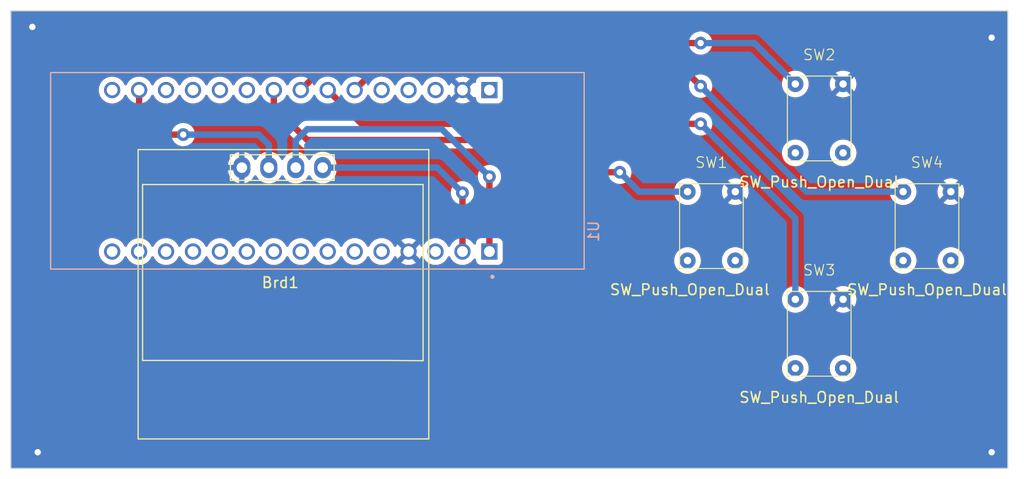
<source format=kicad_pcb>
(kicad_pcb (version 20221018) (generator pcbnew)
  (title_block (title "Cv_Project") (date "2023-08-27") (company "Taher Bazzazi"))
  (layers (0 "F.Cu" signal) (31 "B.Cu" signal) (34 "B.Paste" user) (35 "F.Paste" user) (36 "B.SilkS" user "B.Silkscreen") (37 "F.SilkS" user "F.Silkscreen") (38 "B.Mask" user) (39 "F.Mask" user) (44 "Edge.Cuts" user))
  (net 0 "")
  (net 1 "Net-(Brd1-SDA)")
  (net 2 "Net-(Brd1-SCL)")
  (net 3 "GND")
  (net 4 "Net-(Brd1-VCC)")
  (net 5 "Net-(U1B-PA4)")
  (net 7 "Net-(U1B-PA5)")
  (net 10 "Net-(U1B-PA6)")
  (net 13 "Net-(U1B-PA7)")
  (footprint "SSD1306:128x64OLED" (layer "F.Cu") (at 121.92 91.44)
    (fp_text reference "Brd1" (at 0 0.254) (layer "F.SilkS"))
    (fp_text value "SSD1306")
    (fp_line (start -13.4 -12.3) (end 14 -12.3) (stroke (width 0.12)) (layer "F.SilkS"))
    (fp_line (start -13.4 15) (end -13.4 -12.3) (stroke (width 0.12)) (layer "F.SilkS"))
    (fp_line (start -12.978 -9.005) (end 10.122 -9.005) (stroke (width 0.12)) (layer "F.SilkS"))
    (fp_line (start -12.978 7.595) (end -12.978 -9.005) (stroke (width 0.12)) (layer "F.SilkS"))
    (fp_line (start -4.699 -11.811) (end -4.699 -9.398) (stroke (width 0.12)) (layer "F.SilkS"))
    (fp_line (start -4.699 -11.811) (end 5.08 -11.811) (stroke (width 0.12)) (layer "F.SilkS"))
    (fp_line (start 5.08 -11.811) (end 5.08 -9.398) (stroke (width 0.12)) (layer "F.SilkS"))
    (fp_line (start 5.08 -9.398) (end -4.699 -9.398) (stroke (width 0.12)) (layer "F.SilkS"))
    (fp_line (start 10.122 -9.005) (end 13.208 -9.005) (stroke (width 0.12)) (layer "F.SilkS"))
    (fp_line (start 10.122 7.595) (end -12.978 7.595) (stroke (width 0.12)) (layer "F.SilkS"))
    (fp_line (start 10.122 7.595) (end 13.462 7.62) (stroke (width 0.12)) (layer "F.SilkS"))
    (fp_line (start 13.462 -9.017) (end 13.208 -9.005) (stroke (width 0.12)) (layer "F.SilkS"))
    (fp_line (start 13.462 7.62) (end 13.462 -9.017) (stroke (width 0.12)) (layer "F.SilkS"))
    (fp_line (start 14 -12.3) (end 14 15) (stroke (width 0.12)) (layer "F.SilkS"))
    (fp_line (start 14 15) (end -13.4 15) (stroke (width 0.12)) (layer "F.SilkS"))
    (pad "1" thru_hole oval (at -3.62 -10.6 90) (size 2 1.6) (drill 1) (layers "*.Cu" "*.Mask") (net 3 "GND"))
    (pad "2" thru_hole oval (at -1.08 -10.6 90) (size 2 1.6) (drill 1) (layers "*.Cu" "*.Mask") (net 4 "Net-(Brd1-VCC)"))
    (pad "3" thru_hole oval (at 1.46 -10.6 90) (size 2 1.6) (drill 1) (layers "*.Cu" "*.Mask") (net 2 "Net-(Brd1-SCL)"))
    (pad "4" thru_hole oval (at 4 -10.6 90) (size 2 1.6) (drill 1) (layers "*.Cu" "*.Mask") (net 1 "Net-(Brd1-SDA)"))
  )
  (footprint "new_footprint:4pins_button" (layer "F.Cu") (at 172.72 76.2)
    (fp_text reference "SW2" (at 0 -6 unlocked) (layer "F.SilkS") (effects (font (thickness 0.1))))
    (fp_text value "SW_Push_Open_Dual" (at 0 6 unlocked) (layer "F.SilkS"))
    (fp_line (start -3 -4) (end -3 4) (stroke (width 0.1)) (layer "F.SilkS"))
    (fp_line (start -3 4) (end 3 4) (stroke (width 0.1)) (layer "F.SilkS"))
    (fp_line (start 3 -4) (end -3 -4) (stroke (width 0.1)) (layer "F.SilkS"))
    (fp_line (start 3 4) (end 3 -4) (stroke (width 0.1)) (layer "F.SilkS"))
    (pad "1" thru_hole circle (at -2.25 -3.25) (size 1.524 1.524) (drill 0.7) (layers "*.Cu" "*.Mask") (net 7 "Net-(U1B-PA5)"))
    (pad "2" thru_hole circle (at 2.25 -3.25) (size 1.524 1.524) (drill 0.7) (layers "*.Cu" "*.Mask") (net 3 "GND"))
    (pad "3" thru_hole circle (at -2.25 3.25) (size 1.524 1.524) (drill 0.7) (layers "*.Cu" "*.Mask"))
    (pad "4" thru_hole circle (at 2.25 3.25) (size 1.524 1.524) (drill 0.7) (layers "*.Cu" "*.Mask"))
  )
  (footprint "new_footprint:4pins_button" (layer "F.Cu") (at 162.56 86.36)
    (fp_text reference "SW1" (at 0 -6 unlocked) (layer "F.SilkS") (effects (font (thickness 0.1))))
    (fp_text value "SW_Push_Open_Dual" (at -2.032 6 unlocked) (layer "F.SilkS"))
    (fp_line (start -3 -4) (end -3 4) (stroke (width 0.1)) (layer "F.SilkS"))
    (fp_line (start -3 4) (end 3 4) (stroke (width 0.1)) (layer "F.SilkS"))
    (fp_line (start 3 -4) (end -3 -4) (stroke (width 0.1)) (layer "F.SilkS"))
    (fp_line (start 3 4) (end 3 -4) (stroke (width 0.1)) (layer "F.SilkS"))
    (pad "1" thru_hole circle (at -2.25 -3.25) (size 1.524 1.524) (drill 0.7) (layers "*.Cu" "*.Mask") (net 5 "Net-(U1B-PA4)"))
    (pad "2" thru_hole circle (at 2.25 -3.25) (size 1.524 1.524) (drill 0.7) (layers "*.Cu" "*.Mask") (net 3 "GND"))
    (pad "3" thru_hole circle (at -2.25 3.25) (size 1.524 1.524) (drill 0.7) (layers "*.Cu" "*.Mask"))
    (pad "4" thru_hole circle (at 2.25 3.25) (size 1.524 1.524) (drill 0.7) (layers "*.Cu" "*.Mask"))
  )
  (footprint "new_footprint:4pins_button" (layer "F.Cu") (at 182.88 86.36)
    (fp_text reference "SW4" (at 0 -6 unlocked) (layer "F.SilkS") (effects (font (thickness 0.1))))
    (fp_text value "SW_Push_Open_Dual" (at 0 6 unlocked) (layer "F.SilkS"))
    (fp_line (start -3 -4) (end -3 4) (stroke (width 0.1)) (layer "F.SilkS"))
    (fp_line (start -3 4) (end 3 4) (stroke (width 0.1)) (layer "F.SilkS"))
    (fp_line (start 3 -4) (end -3 -4) (stroke (width 0.1)) (layer "F.SilkS"))
    (fp_line (start 3 4) (end 3 -4) (stroke (width 0.1)) (layer "F.SilkS"))
    (pad "1" thru_hole circle (at -2.25 -3.25) (size 1.524 1.524) (drill 0.7) (layers "*.Cu" "*.Mask") (net 13 "Net-(U1B-PA7)"))
    (pad "2" thru_hole circle (at 2.25 -3.25) (size 1.524 1.524) (drill 0.7) (layers "*.Cu" "*.Mask") (net 3 "GND"))
    (pad "3" thru_hole circle (at -2.25 3.25) (size 1.524 1.524) (drill 0.7) (layers "*.Cu" "*.Mask"))
    (pad "4" thru_hole circle (at 2.25 3.25) (size 1.524 1.524) (drill 0.7) (layers "*.Cu" "*.Mask"))
  )
  (footprint "new_footprint:4pins_button" (layer "F.Cu") (at 172.72 96.52)
    (fp_text reference "SW3" (at 0 -6 unlocked) (layer "F.SilkS") (effects (font (thickness 0.1))))
    (fp_text value "SW_Push_Open_Dual" (at 0 6 unlocked) (layer "F.SilkS"))
    (fp_line (start -3 -4) (end -3 4) (stroke (width 0.1)) (layer "F.SilkS"))
    (fp_line (start -3 4) (end 3 4) (stroke (width 0.1)) (layer "F.SilkS"))
    (fp_line (start 3 -4) (end -3 -4) (stroke (width 0.1)) (layer "F.SilkS"))
    (fp_line (start 3 4) (end 3 -4) (stroke (width 0.1)) (layer "F.SilkS"))
    (pad "1" thru_hole circle (at -2.25 -3.25) (size 1.524 1.524) (drill 0.7) (layers "*.Cu" "*.Mask") (net 10 "Net-(U1B-PA6)"))
    (pad "2" thru_hole circle (at 2.25 -3.25) (size 1.524 1.524) (drill 0.7) (layers "*.Cu" "*.Mask") (net 3 "GND"))
    (pad "3" thru_hole circle (at -2.25 3.25) (size 1.524 1.524) (drill 0.7) (layers "*.Cu" "*.Mask"))
    (pad "4" thru_hole circle (at 2.25 3.25) (size 1.524 1.524) (drill 0.7) (layers "*.Cu" "*.Mask"))
  )
  (footprint "NUCLEO-L432KC:MODULE_NUCLEO-L432KC" (layer "B.Cu") (at 125.42 81.14 90)
    (fp_text reference "U1" (at -5.715 26.035 90) (layer "B.SilkS") (effects (justify mirror)))
    (fp_text value "NUCLEO-L432KC")
    (fp_line (start -9.27 -25.145) (end -9.27 25.145) (stroke (width 0.127)) (layer "B.SilkS"))
    (fp_line (start -9.27 25.145) (end 9.27 25.145) (stroke (width 0.127)) (layer "B.SilkS"))
    (fp_line (start 9.27 -25.145) (end -9.27 -25.145) (stroke (width 0.127)) (layer "B.SilkS"))
    (fp_line (start 9.27 25.145) (end 9.27 -25.145) (stroke (width 0.127)) (layer "B.SilkS"))
    (fp_circle (center -10 16.5) (end -9.9 16.5) (stroke (width 0.2)) (fill none) (layer "B.SilkS"))
    (pad "CN3_1" thru_hole rect (at -7.62 16.215 90) (size 1.53 1.53) (drill 1.02) (layers "*.Cu" "*.Mask") (net 2 "Net-(Brd1-SCL)"))
    (pad "CN3_2" thru_hole circle (at -7.62 13.675 90) (size 1.53 1.53) (drill 1.02) (layers "*.Cu" "*.Mask") (net 1 "Net-(Brd1-SDA)"))
    (pad "CN3_3" thru_hole circle (at -7.62 11.135 90) (size 1.53 1.53) (drill 1.02) (layers "*.Cu" "*.Mask"))
    (pad "CN3_4" thru_hole circle (at -7.62 8.595 90) (size 1.53 1.53) (drill 1.02) (layers "*.Cu" "*.Mask") (net 3 "GND"))
    (pad "CN3_5" thru_hole circle (at -7.62 6.055 90) (size 1.53 1.53) (drill 1.02) (layers "*.Cu" "*.Mask"))
    (pad "CN3_6" thru_hole circle (at -7.62 3.515 90) (size 1.53 1.53) (drill 1.02) (layers "*.Cu" "*.Mask"))
    (pad "CN3_7" thru_hole circle (at -7.62 0.975 90) (size 1.53 1.53) (drill 1.02) (layers "*.Cu" "*.Mask"))
    (pad "CN3_8" thru_hole circle (at -7.62 -1.565 90) (size 1.53 1.53) (drill 1.02) (layers "*.Cu" "*.Mask"))
    (pad "CN3_9" thru_hole circle (at -7.62 -4.105 90) (size 1.53 1.53) (drill 1.02) (layers "*.Cu" "*.Mask"))
    (pad "CN3_10" thru_hole circle (at -7.62 -6.645 90) (size 1.53 1.53) (drill 1.02) (layers "*.Cu" "*.Mask"))
    (pad "CN3_11" thru_hole circle (at -7.62 -9.185 90) (size 1.53 1.53) (drill 1.02) (layers "*.Cu" "*.Mask"))
    (pad "CN3_12" thru_hole circle (at -7.62 -11.725 90) (size 1.53 1.53) (drill 1.02) (layers "*.Cu" "*.Mask"))
    (pad "CN3_13" thru_hole circle (at -7.62 -14.265 90) (size 1.53 1.53) (drill 1.02) (layers "*.Cu" "*.Mask"))
    (pad "CN3_14" thru_hole circle (at -7.62 -16.805 90) (size 1.53 1.53) (drill 1.02) (layers "*.Cu" "*.Mask"))
    (pad "CN3_15" thru_hole circle (at -7.62 -19.345 90) (size 1.53 1.53) (drill 1.02) (layers "*.Cu" "*.Mask"))
    (pad "CN4_1" thru_hole rect (at 7.62 16.215 90) (size 1.53 1.53) (drill 1.02) (layers "*.Cu" "*.Mask"))
    (pad "CN4_2" thru_hole circle (at 7.62 13.675 90) (size 1.53 1.53) (drill 1.02) (layers "*.Cu" "*.Mask") (net 3 "GND"))
    (pad "CN4_3" thru_hole circle (at 7.62 11.135 90) (size 1.53 1.53) (drill 1.02) (layers "*.Cu" "*.Mask"))
    (pad "CN4_4" thru_hole circle (at 7.62 8.595 90) (size 1.53 1.53) (drill 1.02) (layers "*.Cu" "*.Mask"))
    (pad "CN4_5" thru_hole circle (at 7.62 6.055 90) (size 1.53 1.53) (drill 1.02) (layers "*.Cu" "*.Mask"))
    (pad "CN4_6" thru_hole circle (at 7.62 3.515 90) (size 1.53 1.53) (drill 1.02) (layers "*.Cu" "*.Mask") (net 13 "Net-(U1B-PA7)"))
    (pad "CN4_7" thru_hole circle (at 7.62 0.975 90) (size 1.53 1.53) (drill 1.02) (layers "*.Cu" "*.Mask") (net 10 "Net-(U1B-PA6)"))
    (pad "CN4_8" thru_hole circle (at 7.62 -1.565 90) (size 1.53 1.53) (drill 1.02) (layers "*.Cu" "*.Mask") (net 7 "Net-(U1B-PA5)"))
    (pad "CN4_9" thru_hole circle (at 7.62 -4.105 90) (size 1.53 1.53) (drill 1.02) (layers "*.Cu" "*.Mask") (net 5 "Net-(U1B-PA4)"))
    (pad "CN4_10" thru_hole circle (at 7.62 -6.645 90) (size 1.53 1.53) (drill 1.02) (layers "*.Cu" "*.Mask"))
    (pad "CN4_11" thru_hole circle (at 7.62 -9.185 90) (size 1.53 1.53) (drill 1.02) (layers "*.Cu" "*.Mask"))
    (pad "CN4_12" thru_hole circle (at 7.62 -11.725 90) (size 1.53 1.53) (drill 1.02) (layers "*.Cu" "*.Mask"))
    (pad "CN4_13" thru_hole circle (at 7.62 -14.265 90) (size 1.53 1.53) (drill 1.02) (layers "*.Cu" "*.Mask"))
    (pad "CN4_14" thru_hole circle (at 7.62 -16.805 90) (size 1.53 1.53) (drill 1.02) (layers "*.Cu" "*.Mask") (net 4 "Net-(Brd1-VCC)"))
    (pad "CN4_15" thru_hole circle (at 7.62 -19.345 90) (size 1.53 1.53) (drill 1.02) (layers "*.Cu" "*.Mask"))
  )
  (gr_rect (start 96.52 66.04) (end 190.5 109.22) (stroke (width 0.1)) (fill none) (layer "Edge.Cuts"))
  (segment (start 139.095 83.215) (end 139.095 88.76) (width 0.6) (layer "F.Cu") (net 1))
  (segment (start 125.92 80.2) (end 125.92 80.84) (width 0.6) (layer "F.Cu") (net 1))
  (via (at 139.095 83.215) (size 1.2) (drill 0.6) (layers "F.Cu" "B.Cu") (net 1))
  (segment (start 136.72 80.84) (end 125.92 80.84) (width 0.6) (layer "B.Cu") (net 1))
  (segment (start 139.095 83.215) (end 136.72 80.84) (width 0.6) (layer "B.Cu") (net 1))
  (segment (start 141.635 81.691) (end 141.635 88.76) (width 0.6) (layer "F.Cu") (net 2))
  (via (at 141.635 81.691) (size 1.2) (drill 0.6) (layers "F.Cu" "B.Cu") (net 2))
  (segment (start 124.46 77.216) (end 123.38 78.296) (width 0.6) (layer "B.Cu") (net 2))
  (segment (start 137.16 77.216) (end 124.46 77.216) (width 0.6) (layer "B.Cu") (net 2))
  (segment (start 123.38 78.296) (end 123.38 80.84) (width 0.6) (layer "B.Cu") (net 2))
  (segment (start 141.635 81.691) (end 137.16 77.216) (width 0.6) (layer "B.Cu") (net 2))
  (via (at 98.552 67.564) (size 1.2) (drill 0.6) (layers "F.Cu" "B.Cu") (net 3))
  (via (at 188.976 107.696) (size 1.2) (drill 0.6) (layers "F.Cu" "B.Cu") (net 3))
  (via (at 99.06 107.696) (size 1.2) (drill 0.6) (layers "F.Cu" "B.Cu") (net 3))
  (via (at 188.976 68.58) (size 1.2) (drill 0.6) (layers "F.Cu" "B.Cu") (net 3))
  (segment (start 120.84 80.2) (end 120.84 80.84) (width 0.6) (layer "F.Cu") (net 4))
  (segment (start 112.776 77.724) (end 112.819 77.724) (width 0.6) (layer "F.Cu") (net 4))
  (segment (start 112.819 77.724) (end 112.819 77.724) (width 0.6) (layer "F.Cu") (net 4))
  (segment (start 108.615 73.52) (end 108.615 75.087) (width 0.6) (layer "F.Cu") (net 4))
  (segment (start 111.252 77.724) (end 112.776 77.724) (width 0.6) (layer "F.Cu") (net 4))
  (segment (start 108.615 75.087) (end 111.252 77.724) (width 0.6) (layer "F.Cu") (net 4))
  (via (at 112.776 77.724) (size 1.2) (drill 0.6) (layers "F.Cu" "B.Cu") (net 4))
  (segment (start 112.776 77.724) (end 119.888 77.724) (width 0.6) (layer "B.Cu") (net 4))
  (segment (start 120.84 78.676) (end 120.84 80.84) (width 0.6) (layer "B.Cu") (net 4))
  (segment (start 119.888 77.724) (end 120.84 78.676) (width 0.6) (layer "B.Cu") (net 4))
  (segment (start 143.256 78.232) (end 124.46 78.232) (width 0.6) (layer "F.Cu") (net 5))
  (segment (start 146.304 81.28) (end 143.256 78.232) (width 0.6) (layer "F.Cu") (net 5))
  (segment (start 153.924 81.28) (end 146.304 81.28) (width 0.6) (layer "F.Cu") (net 5))
  (segment (start 124.46 78.232) (end 121.315 75.087) (width 0.6) (layer "F.Cu") (net 5))
  (segment (start 121.315 75.087) (end 121.315 73.52) (width 0.6) (layer "F.Cu") (net 5))
  (via (at 153.924 81.28) (size 1.2) (drill 0.6) (layers "F.Cu" "B.Cu") (net 5))
  (segment (start 153.924 81.28) (end 155.754 83.11) (width 0.6) (layer "B.Cu") (net 5))
  (segment (start 155.754 83.11) (end 160.31 83.11) (width 0.6) (layer "B.Cu") (net 5))
  (segment (start 161.544 69.088) (end 128.287 69.088) (width 0.6) (layer "F.Cu") (net 7))
  (segment (start 128.287 69.088) (end 123.855 73.52) (width 0.6) (layer "F.Cu") (net 7))
  (via (at 161.544 69.088) (size 1.2) (drill 0.6) (layers "F.Cu" "B.Cu") (net 7))
  (segment (start 161.544 69.088) (end 166.608 69.088) (width 0.6) (layer "B.Cu") (net 7))
  (segment (start 166.608 69.088) (end 170.47 72.95) (width 0.6) (layer "B.Cu") (net 7))
  (segment (start 161.544 76.708) (end 129.583 76.708) (width 0.6) (layer "F.Cu") (net 10))
  (segment (start 129.583 76.708) (end 126.395 73.52) (width 0.6) (layer "F.Cu") (net 10))
  (via (at 161.544 76.708) (size 1.2) (drill 0.6) (layers "F.Cu" "B.Cu") (net 10))
  (segment (start 161.544 76.708) (end 170.47 85.634) (width 0.6) (layer "B.Cu") (net 10))
  (segment (start 170.47 85.634) (end 170.47 93.27) (width 0.6) (layer "B.Cu") (net 10))
  (segment (start 131.843 70.612) (end 128.935 73.52) (width 0.6) (layer "F.Cu") (net 13))
  (segment (start 159.004 70.612) (end 131.843 70.612) (width 0.6) (layer "F.Cu") (net 13))
  (segment (start 161.544 73.152) (end 159.004 70.612) (width 0.6) (layer "F.Cu") (net 13))
  (via (at 161.544 73.152) (size 1.2) (drill 0.6) (layers "F.Cu" "B.Cu") (net 13))
  (segment (start 161.544 73.152) (end 171.502 83.11) (width 0.6) (layer "B.Cu") (net 13))
  (segment (start 171.502 83.11) (end 180.63 83.11) (width 0.6) (layer "B.Cu") (net 13))
  (zone (net 3) (net_name "GND") (layer "F.Cu") (priority 1) (connect_pads (clearance 0.5)) (min_thickness 0.25) (fill yes (thermal_gap 0.5) (thermal_bridge_width 0.5))
    (polygon (pts (xy 95.504 65.024) (xy 192.024 65.024) (xy 192.024 110.236) (xy 95.504 110.236)))
  )
  (zone (net 3) (net_name "GND") (layer "B.Cu") (connect_pads (clearance 0.5)) (min_thickness 0.25) (fill yes (thermal_gap 0.5) (thermal_bridge_width 0.5))
    (polygon (pts (xy 95.504 65.024) (xy 192.024 65.024) (xy 192.024 110.236) (xy 95.504 110.236)))
  )
)
</source>
